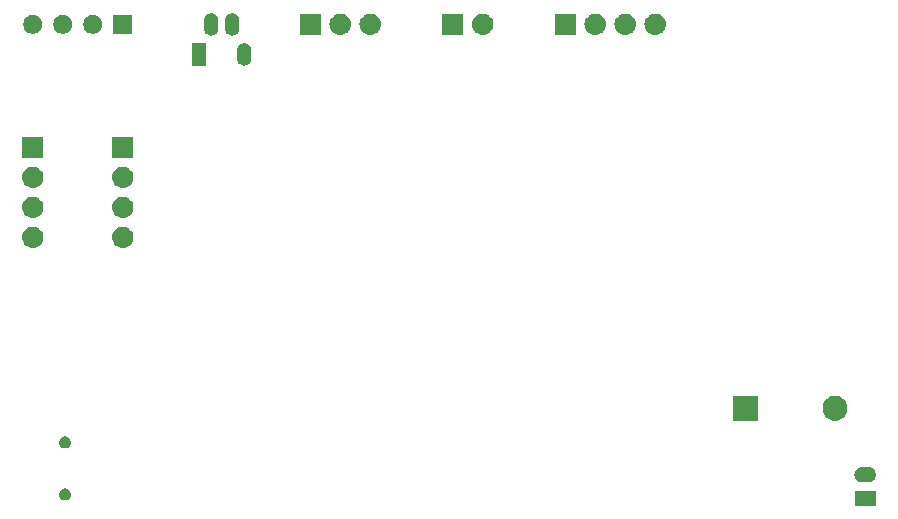
<source format=gbr>
G04 #@! TF.GenerationSoftware,KiCad,Pcbnew,(5.0.1)-rc2*
G04 #@! TF.CreationDate,2020-01-05T22:16:04+01:00*
G04 #@! TF.ProjectId,IoT_Messenger,496F545F4D657373656E6765722E6B69,rev?*
G04 #@! TF.SameCoordinates,Original*
G04 #@! TF.FileFunction,Soldermask,Bot*
G04 #@! TF.FilePolarity,Negative*
%FSLAX46Y46*%
G04 Gerber Fmt 4.6, Leading zero omitted, Abs format (unit mm)*
G04 Created by KiCad (PCBNEW (5.0.1)-rc2) date 05/01/2020 22:16:04*
%MOMM*%
%LPD*%
G01*
G04 APERTURE LIST*
%ADD10C,0.100000*%
G04 APERTURE END LIST*
D10*
G36*
X143141000Y-125111000D02*
X141339000Y-125111000D01*
X141339000Y-123809000D01*
X143141000Y-123809000D01*
X143141000Y-125111000D01*
X143141000Y-125111000D01*
G37*
G36*
X74641136Y-123638253D02*
X74732312Y-123676019D01*
X74814372Y-123730850D01*
X74884150Y-123800628D01*
X74938981Y-123882688D01*
X74976747Y-123973864D01*
X74996000Y-124070656D01*
X74996000Y-124169344D01*
X74976747Y-124266136D01*
X74938981Y-124357312D01*
X74884150Y-124439372D01*
X74814372Y-124509150D01*
X74732312Y-124563981D01*
X74641136Y-124601747D01*
X74544344Y-124621000D01*
X74445656Y-124621000D01*
X74348864Y-124601747D01*
X74257688Y-124563981D01*
X74175628Y-124509150D01*
X74105850Y-124439372D01*
X74051019Y-124357312D01*
X74013253Y-124266136D01*
X73994000Y-124169344D01*
X73994000Y-124070656D01*
X74013253Y-123973864D01*
X74051019Y-123882688D01*
X74105850Y-123800628D01*
X74175628Y-123730850D01*
X74257688Y-123676019D01*
X74348864Y-123638253D01*
X74445656Y-123619000D01*
X74544344Y-123619000D01*
X74641136Y-123638253D01*
X74641136Y-123638253D01*
G37*
G36*
X142553855Y-121812140D02*
X142617618Y-121818420D01*
X142699427Y-121843237D01*
X142740333Y-121855645D01*
X142840491Y-121909181D01*
X142853426Y-121916095D01*
X142952553Y-121997447D01*
X143033905Y-122096574D01*
X143033906Y-122096576D01*
X143094355Y-122209667D01*
X143094355Y-122209668D01*
X143131580Y-122332382D01*
X143144149Y-122460000D01*
X143131580Y-122587618D01*
X143106763Y-122669427D01*
X143094355Y-122710333D01*
X143040819Y-122810491D01*
X143033905Y-122823426D01*
X142952553Y-122922553D01*
X142853426Y-123003905D01*
X142853424Y-123003906D01*
X142740333Y-123064355D01*
X142699427Y-123076763D01*
X142617618Y-123101580D01*
X142553855Y-123107860D01*
X142521974Y-123111000D01*
X141958026Y-123111000D01*
X141926145Y-123107860D01*
X141862382Y-123101580D01*
X141780573Y-123076763D01*
X141739667Y-123064355D01*
X141626576Y-123003906D01*
X141626574Y-123003905D01*
X141527447Y-122922553D01*
X141446095Y-122823426D01*
X141439181Y-122810491D01*
X141385645Y-122710333D01*
X141373237Y-122669427D01*
X141348420Y-122587618D01*
X141335851Y-122460000D01*
X141348420Y-122332382D01*
X141385645Y-122209668D01*
X141385645Y-122209667D01*
X141446094Y-122096576D01*
X141446095Y-122096574D01*
X141527447Y-121997447D01*
X141626574Y-121916095D01*
X141639509Y-121909181D01*
X141739667Y-121855645D01*
X141780573Y-121843237D01*
X141862382Y-121818420D01*
X141926145Y-121812140D01*
X141958026Y-121809000D01*
X142521974Y-121809000D01*
X142553855Y-121812140D01*
X142553855Y-121812140D01*
G37*
G36*
X74641136Y-119238253D02*
X74732312Y-119276019D01*
X74814372Y-119330850D01*
X74884150Y-119400628D01*
X74938981Y-119482688D01*
X74976747Y-119573864D01*
X74996000Y-119670656D01*
X74996000Y-119769344D01*
X74976747Y-119866136D01*
X74938981Y-119957312D01*
X74884150Y-120039372D01*
X74814372Y-120109150D01*
X74732312Y-120163981D01*
X74641136Y-120201747D01*
X74544344Y-120221000D01*
X74445656Y-120221000D01*
X74348864Y-120201747D01*
X74257688Y-120163981D01*
X74175628Y-120109150D01*
X74105850Y-120039372D01*
X74051019Y-119957312D01*
X74013253Y-119866136D01*
X73994000Y-119769344D01*
X73994000Y-119670656D01*
X74013253Y-119573864D01*
X74051019Y-119482688D01*
X74105850Y-119400628D01*
X74175628Y-119330850D01*
X74257688Y-119276019D01*
X74348864Y-119238253D01*
X74445656Y-119219000D01*
X74544344Y-119219000D01*
X74641136Y-119238253D01*
X74641136Y-119238253D01*
G37*
G36*
X139986565Y-115829389D02*
X140177834Y-115908615D01*
X140349976Y-116023637D01*
X140496363Y-116170024D01*
X140611385Y-116342166D01*
X140690611Y-116533435D01*
X140731000Y-116736484D01*
X140731000Y-116943516D01*
X140690611Y-117146565D01*
X140611385Y-117337834D01*
X140496363Y-117509976D01*
X140349976Y-117656363D01*
X140177834Y-117771385D01*
X139986565Y-117850611D01*
X139783516Y-117891000D01*
X139576484Y-117891000D01*
X139373435Y-117850611D01*
X139182166Y-117771385D01*
X139010024Y-117656363D01*
X138863637Y-117509976D01*
X138748615Y-117337834D01*
X138669389Y-117146565D01*
X138629000Y-116943516D01*
X138629000Y-116736484D01*
X138669389Y-116533435D01*
X138748615Y-116342166D01*
X138863637Y-116170024D01*
X139010024Y-116023637D01*
X139182166Y-115908615D01*
X139373435Y-115829389D01*
X139576484Y-115789000D01*
X139783516Y-115789000D01*
X139986565Y-115829389D01*
X139986565Y-115829389D01*
G37*
G36*
X133131000Y-117891000D02*
X131029000Y-117891000D01*
X131029000Y-115789000D01*
X133131000Y-115789000D01*
X133131000Y-117891000D01*
X133131000Y-117891000D01*
G37*
G36*
X79485442Y-101467518D02*
X79551627Y-101474037D01*
X79664853Y-101508384D01*
X79721467Y-101525557D01*
X79860087Y-101599652D01*
X79877991Y-101609222D01*
X79913729Y-101638552D01*
X80015186Y-101721814D01*
X80098448Y-101823271D01*
X80127778Y-101859009D01*
X80127779Y-101859011D01*
X80211443Y-102015533D01*
X80211443Y-102015534D01*
X80262963Y-102185373D01*
X80280359Y-102362000D01*
X80262963Y-102538627D01*
X80228616Y-102651853D01*
X80211443Y-102708467D01*
X80137348Y-102847087D01*
X80127778Y-102864991D01*
X80098448Y-102900729D01*
X80015186Y-103002186D01*
X79913729Y-103085448D01*
X79877991Y-103114778D01*
X79877989Y-103114779D01*
X79721467Y-103198443D01*
X79664853Y-103215616D01*
X79551627Y-103249963D01*
X79485442Y-103256482D01*
X79419260Y-103263000D01*
X79330740Y-103263000D01*
X79264558Y-103256482D01*
X79198373Y-103249963D01*
X79085147Y-103215616D01*
X79028533Y-103198443D01*
X78872011Y-103114779D01*
X78872009Y-103114778D01*
X78836271Y-103085448D01*
X78734814Y-103002186D01*
X78651552Y-102900729D01*
X78622222Y-102864991D01*
X78612652Y-102847087D01*
X78538557Y-102708467D01*
X78521384Y-102651853D01*
X78487037Y-102538627D01*
X78469641Y-102362000D01*
X78487037Y-102185373D01*
X78538557Y-102015534D01*
X78538557Y-102015533D01*
X78622221Y-101859011D01*
X78622222Y-101859009D01*
X78651552Y-101823271D01*
X78734814Y-101721814D01*
X78836271Y-101638552D01*
X78872009Y-101609222D01*
X78889913Y-101599652D01*
X79028533Y-101525557D01*
X79085147Y-101508384D01*
X79198373Y-101474037D01*
X79264558Y-101467518D01*
X79330740Y-101461000D01*
X79419260Y-101461000D01*
X79485442Y-101467518D01*
X79485442Y-101467518D01*
G37*
G36*
X71865442Y-101467518D02*
X71931627Y-101474037D01*
X72044853Y-101508384D01*
X72101467Y-101525557D01*
X72240087Y-101599652D01*
X72257991Y-101609222D01*
X72293729Y-101638552D01*
X72395186Y-101721814D01*
X72478448Y-101823271D01*
X72507778Y-101859009D01*
X72507779Y-101859011D01*
X72591443Y-102015533D01*
X72591443Y-102015534D01*
X72642963Y-102185373D01*
X72660359Y-102362000D01*
X72642963Y-102538627D01*
X72608616Y-102651853D01*
X72591443Y-102708467D01*
X72517348Y-102847087D01*
X72507778Y-102864991D01*
X72478448Y-102900729D01*
X72395186Y-103002186D01*
X72293729Y-103085448D01*
X72257991Y-103114778D01*
X72257989Y-103114779D01*
X72101467Y-103198443D01*
X72044853Y-103215616D01*
X71931627Y-103249963D01*
X71865442Y-103256482D01*
X71799260Y-103263000D01*
X71710740Y-103263000D01*
X71644558Y-103256482D01*
X71578373Y-103249963D01*
X71465147Y-103215616D01*
X71408533Y-103198443D01*
X71252011Y-103114779D01*
X71252009Y-103114778D01*
X71216271Y-103085448D01*
X71114814Y-103002186D01*
X71031552Y-102900729D01*
X71002222Y-102864991D01*
X70992652Y-102847087D01*
X70918557Y-102708467D01*
X70901384Y-102651853D01*
X70867037Y-102538627D01*
X70849641Y-102362000D01*
X70867037Y-102185373D01*
X70918557Y-102015534D01*
X70918557Y-102015533D01*
X71002221Y-101859011D01*
X71002222Y-101859009D01*
X71031552Y-101823271D01*
X71114814Y-101721814D01*
X71216271Y-101638552D01*
X71252009Y-101609222D01*
X71269913Y-101599652D01*
X71408533Y-101525557D01*
X71465147Y-101508384D01*
X71578373Y-101474037D01*
X71644558Y-101467518D01*
X71710740Y-101461000D01*
X71799260Y-101461000D01*
X71865442Y-101467518D01*
X71865442Y-101467518D01*
G37*
G36*
X71865442Y-98927518D02*
X71931627Y-98934037D01*
X72044853Y-98968384D01*
X72101467Y-98985557D01*
X72240087Y-99059652D01*
X72257991Y-99069222D01*
X72293729Y-99098552D01*
X72395186Y-99181814D01*
X72478448Y-99283271D01*
X72507778Y-99319009D01*
X72507779Y-99319011D01*
X72591443Y-99475533D01*
X72591443Y-99475534D01*
X72642963Y-99645373D01*
X72660359Y-99822000D01*
X72642963Y-99998627D01*
X72608616Y-100111853D01*
X72591443Y-100168467D01*
X72517348Y-100307087D01*
X72507778Y-100324991D01*
X72478448Y-100360729D01*
X72395186Y-100462186D01*
X72293729Y-100545448D01*
X72257991Y-100574778D01*
X72257989Y-100574779D01*
X72101467Y-100658443D01*
X72044853Y-100675616D01*
X71931627Y-100709963D01*
X71865443Y-100716481D01*
X71799260Y-100723000D01*
X71710740Y-100723000D01*
X71644558Y-100716482D01*
X71578373Y-100709963D01*
X71465147Y-100675616D01*
X71408533Y-100658443D01*
X71252011Y-100574779D01*
X71252009Y-100574778D01*
X71216271Y-100545448D01*
X71114814Y-100462186D01*
X71031552Y-100360729D01*
X71002222Y-100324991D01*
X70992652Y-100307087D01*
X70918557Y-100168467D01*
X70901384Y-100111853D01*
X70867037Y-99998627D01*
X70849641Y-99822000D01*
X70867037Y-99645373D01*
X70918557Y-99475534D01*
X70918557Y-99475533D01*
X71002221Y-99319011D01*
X71002222Y-99319009D01*
X71031552Y-99283271D01*
X71114814Y-99181814D01*
X71216271Y-99098552D01*
X71252009Y-99069222D01*
X71269913Y-99059652D01*
X71408533Y-98985557D01*
X71465147Y-98968384D01*
X71578373Y-98934037D01*
X71644557Y-98927519D01*
X71710740Y-98921000D01*
X71799260Y-98921000D01*
X71865442Y-98927518D01*
X71865442Y-98927518D01*
G37*
G36*
X79485442Y-98927518D02*
X79551627Y-98934037D01*
X79664853Y-98968384D01*
X79721467Y-98985557D01*
X79860087Y-99059652D01*
X79877991Y-99069222D01*
X79913729Y-99098552D01*
X80015186Y-99181814D01*
X80098448Y-99283271D01*
X80127778Y-99319009D01*
X80127779Y-99319011D01*
X80211443Y-99475533D01*
X80211443Y-99475534D01*
X80262963Y-99645373D01*
X80280359Y-99822000D01*
X80262963Y-99998627D01*
X80228616Y-100111853D01*
X80211443Y-100168467D01*
X80137348Y-100307087D01*
X80127778Y-100324991D01*
X80098448Y-100360729D01*
X80015186Y-100462186D01*
X79913729Y-100545448D01*
X79877991Y-100574778D01*
X79877989Y-100574779D01*
X79721467Y-100658443D01*
X79664853Y-100675616D01*
X79551627Y-100709963D01*
X79485443Y-100716481D01*
X79419260Y-100723000D01*
X79330740Y-100723000D01*
X79264558Y-100716482D01*
X79198373Y-100709963D01*
X79085147Y-100675616D01*
X79028533Y-100658443D01*
X78872011Y-100574779D01*
X78872009Y-100574778D01*
X78836271Y-100545448D01*
X78734814Y-100462186D01*
X78651552Y-100360729D01*
X78622222Y-100324991D01*
X78612652Y-100307087D01*
X78538557Y-100168467D01*
X78521384Y-100111853D01*
X78487037Y-99998627D01*
X78469641Y-99822000D01*
X78487037Y-99645373D01*
X78538557Y-99475534D01*
X78538557Y-99475533D01*
X78622221Y-99319011D01*
X78622222Y-99319009D01*
X78651552Y-99283271D01*
X78734814Y-99181814D01*
X78836271Y-99098552D01*
X78872009Y-99069222D01*
X78889913Y-99059652D01*
X79028533Y-98985557D01*
X79085147Y-98968384D01*
X79198373Y-98934037D01*
X79264557Y-98927519D01*
X79330740Y-98921000D01*
X79419260Y-98921000D01*
X79485442Y-98927518D01*
X79485442Y-98927518D01*
G37*
G36*
X71865442Y-96387518D02*
X71931627Y-96394037D01*
X72044853Y-96428384D01*
X72101467Y-96445557D01*
X72240087Y-96519652D01*
X72257991Y-96529222D01*
X72293729Y-96558552D01*
X72395186Y-96641814D01*
X72478448Y-96743271D01*
X72507778Y-96779009D01*
X72507779Y-96779011D01*
X72591443Y-96935533D01*
X72591443Y-96935534D01*
X72642963Y-97105373D01*
X72660359Y-97282000D01*
X72642963Y-97458627D01*
X72608616Y-97571853D01*
X72591443Y-97628467D01*
X72517348Y-97767087D01*
X72507778Y-97784991D01*
X72478448Y-97820729D01*
X72395186Y-97922186D01*
X72293729Y-98005448D01*
X72257991Y-98034778D01*
X72257989Y-98034779D01*
X72101467Y-98118443D01*
X72044853Y-98135616D01*
X71931627Y-98169963D01*
X71865443Y-98176481D01*
X71799260Y-98183000D01*
X71710740Y-98183000D01*
X71644557Y-98176481D01*
X71578373Y-98169963D01*
X71465147Y-98135616D01*
X71408533Y-98118443D01*
X71252011Y-98034779D01*
X71252009Y-98034778D01*
X71216271Y-98005448D01*
X71114814Y-97922186D01*
X71031552Y-97820729D01*
X71002222Y-97784991D01*
X70992652Y-97767087D01*
X70918557Y-97628467D01*
X70901384Y-97571853D01*
X70867037Y-97458627D01*
X70849641Y-97282000D01*
X70867037Y-97105373D01*
X70918557Y-96935534D01*
X70918557Y-96935533D01*
X71002221Y-96779011D01*
X71002222Y-96779009D01*
X71031552Y-96743271D01*
X71114814Y-96641814D01*
X71216271Y-96558552D01*
X71252009Y-96529222D01*
X71269913Y-96519652D01*
X71408533Y-96445557D01*
X71465147Y-96428384D01*
X71578373Y-96394037D01*
X71644558Y-96387518D01*
X71710740Y-96381000D01*
X71799260Y-96381000D01*
X71865442Y-96387518D01*
X71865442Y-96387518D01*
G37*
G36*
X79485442Y-96387518D02*
X79551627Y-96394037D01*
X79664853Y-96428384D01*
X79721467Y-96445557D01*
X79860087Y-96519652D01*
X79877991Y-96529222D01*
X79913729Y-96558552D01*
X80015186Y-96641814D01*
X80098448Y-96743271D01*
X80127778Y-96779009D01*
X80127779Y-96779011D01*
X80211443Y-96935533D01*
X80211443Y-96935534D01*
X80262963Y-97105373D01*
X80280359Y-97282000D01*
X80262963Y-97458627D01*
X80228616Y-97571853D01*
X80211443Y-97628467D01*
X80137348Y-97767087D01*
X80127778Y-97784991D01*
X80098448Y-97820729D01*
X80015186Y-97922186D01*
X79913729Y-98005448D01*
X79877991Y-98034778D01*
X79877989Y-98034779D01*
X79721467Y-98118443D01*
X79664853Y-98135616D01*
X79551627Y-98169963D01*
X79485442Y-98176482D01*
X79419260Y-98183000D01*
X79330740Y-98183000D01*
X79264557Y-98176481D01*
X79198373Y-98169963D01*
X79085147Y-98135616D01*
X79028533Y-98118443D01*
X78872011Y-98034779D01*
X78872009Y-98034778D01*
X78836271Y-98005448D01*
X78734814Y-97922186D01*
X78651552Y-97820729D01*
X78622222Y-97784991D01*
X78612652Y-97767087D01*
X78538557Y-97628467D01*
X78521384Y-97571853D01*
X78487037Y-97458627D01*
X78469641Y-97282000D01*
X78487037Y-97105373D01*
X78538557Y-96935534D01*
X78538557Y-96935533D01*
X78622221Y-96779011D01*
X78622222Y-96779009D01*
X78651552Y-96743271D01*
X78734814Y-96641814D01*
X78836271Y-96558552D01*
X78872009Y-96529222D01*
X78889913Y-96519652D01*
X79028533Y-96445557D01*
X79085147Y-96428384D01*
X79198373Y-96394037D01*
X79264558Y-96387518D01*
X79330740Y-96381000D01*
X79419260Y-96381000D01*
X79485442Y-96387518D01*
X79485442Y-96387518D01*
G37*
G36*
X80276000Y-95643000D02*
X78474000Y-95643000D01*
X78474000Y-93841000D01*
X80276000Y-93841000D01*
X80276000Y-95643000D01*
X80276000Y-95643000D01*
G37*
G36*
X72656000Y-95643000D02*
X70854000Y-95643000D01*
X70854000Y-93841000D01*
X72656000Y-93841000D01*
X72656000Y-95643000D01*
X72656000Y-95643000D01*
G37*
G36*
X89776876Y-85925479D02*
X89887337Y-85958987D01*
X89989136Y-86013400D01*
X89989138Y-86013402D01*
X90078369Y-86086631D01*
X90078371Y-86086634D01*
X90151599Y-86175860D01*
X90206013Y-86277662D01*
X90239521Y-86388123D01*
X90248000Y-86474214D01*
X90248000Y-87261786D01*
X90239521Y-87347877D01*
X90206013Y-87458338D01*
X90151600Y-87560137D01*
X90078369Y-87649369D01*
X89989137Y-87722600D01*
X89887338Y-87777013D01*
X89776877Y-87810521D01*
X89662000Y-87821835D01*
X89547124Y-87810521D01*
X89436663Y-87777013D01*
X89334864Y-87722600D01*
X89245632Y-87649369D01*
X89172401Y-87560137D01*
X89117989Y-87458338D01*
X89117988Y-87458337D01*
X89084479Y-87347876D01*
X89076000Y-87261785D01*
X89076000Y-86474216D01*
X89084479Y-86388125D01*
X89084479Y-86388124D01*
X89117987Y-86277663D01*
X89172400Y-86175864D01*
X89187695Y-86157227D01*
X89245631Y-86086631D01*
X89263694Y-86071807D01*
X89334860Y-86013401D01*
X89436662Y-85958987D01*
X89547123Y-85925479D01*
X89662000Y-85914165D01*
X89776876Y-85925479D01*
X89776876Y-85925479D01*
G37*
G36*
X86438000Y-87819000D02*
X85266000Y-87819000D01*
X85266000Y-85917000D01*
X86438000Y-85917000D01*
X86438000Y-87819000D01*
X86438000Y-87819000D01*
G37*
G36*
X88760876Y-83385479D02*
X88871337Y-83418987D01*
X88973136Y-83473400D01*
X88973138Y-83473402D01*
X89062369Y-83546631D01*
X89071520Y-83557782D01*
X89135599Y-83635860D01*
X89190013Y-83737662D01*
X89223521Y-83848123D01*
X89232000Y-83934214D01*
X89232000Y-84721786D01*
X89223521Y-84807877D01*
X89190013Y-84918338D01*
X89135600Y-85020137D01*
X89062369Y-85109369D01*
X88973137Y-85182600D01*
X88871338Y-85237013D01*
X88760877Y-85270521D01*
X88646000Y-85281835D01*
X88531124Y-85270521D01*
X88420663Y-85237013D01*
X88318864Y-85182600D01*
X88229632Y-85109369D01*
X88156401Y-85020137D01*
X88101989Y-84918338D01*
X88101988Y-84918337D01*
X88068479Y-84807876D01*
X88060000Y-84721785D01*
X88060000Y-83934216D01*
X88068479Y-83848125D01*
X88068479Y-83848124D01*
X88101987Y-83737663D01*
X88156400Y-83635864D01*
X88171695Y-83617227D01*
X88229631Y-83546631D01*
X88253551Y-83527000D01*
X88318860Y-83473401D01*
X88420662Y-83418987D01*
X88531123Y-83385479D01*
X88646000Y-83374165D01*
X88760876Y-83385479D01*
X88760876Y-83385479D01*
G37*
G36*
X86982876Y-83385479D02*
X87093337Y-83418987D01*
X87195136Y-83473400D01*
X87195138Y-83473402D01*
X87284369Y-83546631D01*
X87293520Y-83557782D01*
X87357599Y-83635860D01*
X87412013Y-83737662D01*
X87445521Y-83848123D01*
X87454000Y-83934214D01*
X87454000Y-84721786D01*
X87445521Y-84807877D01*
X87412013Y-84918338D01*
X87357600Y-85020137D01*
X87284369Y-85109369D01*
X87195137Y-85182600D01*
X87093338Y-85237013D01*
X86982877Y-85270521D01*
X86868000Y-85281835D01*
X86753124Y-85270521D01*
X86642663Y-85237013D01*
X86540864Y-85182600D01*
X86451632Y-85109369D01*
X86378401Y-85020137D01*
X86323989Y-84918338D01*
X86323988Y-84918337D01*
X86290479Y-84807876D01*
X86282000Y-84721785D01*
X86282000Y-83934216D01*
X86290479Y-83848125D01*
X86290479Y-83848124D01*
X86323987Y-83737663D01*
X86378400Y-83635864D01*
X86393695Y-83617227D01*
X86451631Y-83546631D01*
X86475551Y-83527000D01*
X86540860Y-83473401D01*
X86642662Y-83418987D01*
X86753123Y-83385479D01*
X86868000Y-83374165D01*
X86982876Y-83385479D01*
X86982876Y-83385479D01*
G37*
G36*
X109965443Y-83433519D02*
X110031627Y-83440037D01*
X110141610Y-83473400D01*
X110201467Y-83491557D01*
X110325363Y-83557782D01*
X110357991Y-83575222D01*
X110393729Y-83604552D01*
X110495186Y-83687814D01*
X110578448Y-83789271D01*
X110607778Y-83825009D01*
X110607779Y-83825011D01*
X110691443Y-83981533D01*
X110691443Y-83981534D01*
X110742963Y-84151373D01*
X110760359Y-84328000D01*
X110742963Y-84504627D01*
X110725667Y-84561643D01*
X110691443Y-84674467D01*
X110666150Y-84721786D01*
X110607778Y-84830991D01*
X110601524Y-84838611D01*
X110495186Y-84968186D01*
X110393729Y-85051448D01*
X110357991Y-85080778D01*
X110357989Y-85080779D01*
X110201467Y-85164443D01*
X110144853Y-85181616D01*
X110031627Y-85215963D01*
X109965443Y-85222481D01*
X109899260Y-85229000D01*
X109810740Y-85229000D01*
X109744557Y-85222481D01*
X109678373Y-85215963D01*
X109565147Y-85181616D01*
X109508533Y-85164443D01*
X109352011Y-85080779D01*
X109352009Y-85080778D01*
X109316271Y-85051448D01*
X109214814Y-84968186D01*
X109108476Y-84838611D01*
X109102222Y-84830991D01*
X109043850Y-84721786D01*
X109018557Y-84674467D01*
X108984333Y-84561643D01*
X108967037Y-84504627D01*
X108949641Y-84328000D01*
X108967037Y-84151373D01*
X109018557Y-83981534D01*
X109018557Y-83981533D01*
X109102221Y-83825011D01*
X109102222Y-83825009D01*
X109131552Y-83789271D01*
X109214814Y-83687814D01*
X109316271Y-83604552D01*
X109352009Y-83575222D01*
X109384637Y-83557782D01*
X109508533Y-83491557D01*
X109568390Y-83473400D01*
X109678373Y-83440037D01*
X109744557Y-83433519D01*
X109810740Y-83427000D01*
X109899260Y-83427000D01*
X109965443Y-83433519D01*
X109965443Y-83433519D01*
G37*
G36*
X108216000Y-85229000D02*
X106414000Y-85229000D01*
X106414000Y-83427000D01*
X108216000Y-83427000D01*
X108216000Y-85229000D01*
X108216000Y-85229000D01*
G37*
G36*
X100440443Y-83433519D02*
X100506627Y-83440037D01*
X100616610Y-83473400D01*
X100676467Y-83491557D01*
X100800363Y-83557782D01*
X100832991Y-83575222D01*
X100868729Y-83604552D01*
X100970186Y-83687814D01*
X101053448Y-83789271D01*
X101082778Y-83825009D01*
X101082779Y-83825011D01*
X101166443Y-83981533D01*
X101166443Y-83981534D01*
X101217963Y-84151373D01*
X101235359Y-84328000D01*
X101217963Y-84504627D01*
X101200667Y-84561643D01*
X101166443Y-84674467D01*
X101141150Y-84721786D01*
X101082778Y-84830991D01*
X101076524Y-84838611D01*
X100970186Y-84968186D01*
X100868729Y-85051448D01*
X100832991Y-85080778D01*
X100832989Y-85080779D01*
X100676467Y-85164443D01*
X100619853Y-85181616D01*
X100506627Y-85215963D01*
X100440443Y-85222481D01*
X100374260Y-85229000D01*
X100285740Y-85229000D01*
X100219557Y-85222481D01*
X100153373Y-85215963D01*
X100040147Y-85181616D01*
X99983533Y-85164443D01*
X99827011Y-85080779D01*
X99827009Y-85080778D01*
X99791271Y-85051448D01*
X99689814Y-84968186D01*
X99583476Y-84838611D01*
X99577222Y-84830991D01*
X99518850Y-84721786D01*
X99493557Y-84674467D01*
X99459333Y-84561643D01*
X99442037Y-84504627D01*
X99424641Y-84328000D01*
X99442037Y-84151373D01*
X99493557Y-83981534D01*
X99493557Y-83981533D01*
X99577221Y-83825011D01*
X99577222Y-83825009D01*
X99606552Y-83789271D01*
X99689814Y-83687814D01*
X99791271Y-83604552D01*
X99827009Y-83575222D01*
X99859637Y-83557782D01*
X99983533Y-83491557D01*
X100043390Y-83473400D01*
X100153373Y-83440037D01*
X100219557Y-83433519D01*
X100285740Y-83427000D01*
X100374260Y-83427000D01*
X100440443Y-83433519D01*
X100440443Y-83433519D01*
G37*
G36*
X97900443Y-83433519D02*
X97966627Y-83440037D01*
X98076610Y-83473400D01*
X98136467Y-83491557D01*
X98260363Y-83557782D01*
X98292991Y-83575222D01*
X98328729Y-83604552D01*
X98430186Y-83687814D01*
X98513448Y-83789271D01*
X98542778Y-83825009D01*
X98542779Y-83825011D01*
X98626443Y-83981533D01*
X98626443Y-83981534D01*
X98677963Y-84151373D01*
X98695359Y-84328000D01*
X98677963Y-84504627D01*
X98660667Y-84561643D01*
X98626443Y-84674467D01*
X98601150Y-84721786D01*
X98542778Y-84830991D01*
X98536524Y-84838611D01*
X98430186Y-84968186D01*
X98328729Y-85051448D01*
X98292991Y-85080778D01*
X98292989Y-85080779D01*
X98136467Y-85164443D01*
X98079853Y-85181616D01*
X97966627Y-85215963D01*
X97900443Y-85222481D01*
X97834260Y-85229000D01*
X97745740Y-85229000D01*
X97679557Y-85222481D01*
X97613373Y-85215963D01*
X97500147Y-85181616D01*
X97443533Y-85164443D01*
X97287011Y-85080779D01*
X97287009Y-85080778D01*
X97251271Y-85051448D01*
X97149814Y-84968186D01*
X97043476Y-84838611D01*
X97037222Y-84830991D01*
X96978850Y-84721786D01*
X96953557Y-84674467D01*
X96919333Y-84561643D01*
X96902037Y-84504627D01*
X96884641Y-84328000D01*
X96902037Y-84151373D01*
X96953557Y-83981534D01*
X96953557Y-83981533D01*
X97037221Y-83825011D01*
X97037222Y-83825009D01*
X97066552Y-83789271D01*
X97149814Y-83687814D01*
X97251271Y-83604552D01*
X97287009Y-83575222D01*
X97319637Y-83557782D01*
X97443533Y-83491557D01*
X97503390Y-83473400D01*
X97613373Y-83440037D01*
X97679557Y-83433519D01*
X97745740Y-83427000D01*
X97834260Y-83427000D01*
X97900443Y-83433519D01*
X97900443Y-83433519D01*
G37*
G36*
X96151000Y-85229000D02*
X94349000Y-85229000D01*
X94349000Y-83427000D01*
X96151000Y-83427000D01*
X96151000Y-85229000D01*
X96151000Y-85229000D01*
G37*
G36*
X122030443Y-83433519D02*
X122096627Y-83440037D01*
X122206610Y-83473400D01*
X122266467Y-83491557D01*
X122390363Y-83557782D01*
X122422991Y-83575222D01*
X122458729Y-83604552D01*
X122560186Y-83687814D01*
X122643448Y-83789271D01*
X122672778Y-83825009D01*
X122672779Y-83825011D01*
X122756443Y-83981533D01*
X122756443Y-83981534D01*
X122807963Y-84151373D01*
X122825359Y-84328000D01*
X122807963Y-84504627D01*
X122790667Y-84561643D01*
X122756443Y-84674467D01*
X122731150Y-84721786D01*
X122672778Y-84830991D01*
X122666524Y-84838611D01*
X122560186Y-84968186D01*
X122458729Y-85051448D01*
X122422991Y-85080778D01*
X122422989Y-85080779D01*
X122266467Y-85164443D01*
X122209853Y-85181616D01*
X122096627Y-85215963D01*
X122030443Y-85222481D01*
X121964260Y-85229000D01*
X121875740Y-85229000D01*
X121809557Y-85222481D01*
X121743373Y-85215963D01*
X121630147Y-85181616D01*
X121573533Y-85164443D01*
X121417011Y-85080779D01*
X121417009Y-85080778D01*
X121381271Y-85051448D01*
X121279814Y-84968186D01*
X121173476Y-84838611D01*
X121167222Y-84830991D01*
X121108850Y-84721786D01*
X121083557Y-84674467D01*
X121049333Y-84561643D01*
X121032037Y-84504627D01*
X121014641Y-84328000D01*
X121032037Y-84151373D01*
X121083557Y-83981534D01*
X121083557Y-83981533D01*
X121167221Y-83825011D01*
X121167222Y-83825009D01*
X121196552Y-83789271D01*
X121279814Y-83687814D01*
X121381271Y-83604552D01*
X121417009Y-83575222D01*
X121449637Y-83557782D01*
X121573533Y-83491557D01*
X121633390Y-83473400D01*
X121743373Y-83440037D01*
X121809557Y-83433519D01*
X121875740Y-83427000D01*
X121964260Y-83427000D01*
X122030443Y-83433519D01*
X122030443Y-83433519D01*
G37*
G36*
X124570443Y-83433519D02*
X124636627Y-83440037D01*
X124746610Y-83473400D01*
X124806467Y-83491557D01*
X124930363Y-83557782D01*
X124962991Y-83575222D01*
X124998729Y-83604552D01*
X125100186Y-83687814D01*
X125183448Y-83789271D01*
X125212778Y-83825009D01*
X125212779Y-83825011D01*
X125296443Y-83981533D01*
X125296443Y-83981534D01*
X125347963Y-84151373D01*
X125365359Y-84328000D01*
X125347963Y-84504627D01*
X125330667Y-84561643D01*
X125296443Y-84674467D01*
X125271150Y-84721786D01*
X125212778Y-84830991D01*
X125206524Y-84838611D01*
X125100186Y-84968186D01*
X124998729Y-85051448D01*
X124962991Y-85080778D01*
X124962989Y-85080779D01*
X124806467Y-85164443D01*
X124749853Y-85181616D01*
X124636627Y-85215963D01*
X124570443Y-85222481D01*
X124504260Y-85229000D01*
X124415740Y-85229000D01*
X124349557Y-85222481D01*
X124283373Y-85215963D01*
X124170147Y-85181616D01*
X124113533Y-85164443D01*
X123957011Y-85080779D01*
X123957009Y-85080778D01*
X123921271Y-85051448D01*
X123819814Y-84968186D01*
X123713476Y-84838611D01*
X123707222Y-84830991D01*
X123648850Y-84721786D01*
X123623557Y-84674467D01*
X123589333Y-84561643D01*
X123572037Y-84504627D01*
X123554641Y-84328000D01*
X123572037Y-84151373D01*
X123623557Y-83981534D01*
X123623557Y-83981533D01*
X123707221Y-83825011D01*
X123707222Y-83825009D01*
X123736552Y-83789271D01*
X123819814Y-83687814D01*
X123921271Y-83604552D01*
X123957009Y-83575222D01*
X123989637Y-83557782D01*
X124113533Y-83491557D01*
X124173390Y-83473400D01*
X124283373Y-83440037D01*
X124349557Y-83433519D01*
X124415740Y-83427000D01*
X124504260Y-83427000D01*
X124570443Y-83433519D01*
X124570443Y-83433519D01*
G37*
G36*
X119490443Y-83433519D02*
X119556627Y-83440037D01*
X119666610Y-83473400D01*
X119726467Y-83491557D01*
X119850363Y-83557782D01*
X119882991Y-83575222D01*
X119918729Y-83604552D01*
X120020186Y-83687814D01*
X120103448Y-83789271D01*
X120132778Y-83825009D01*
X120132779Y-83825011D01*
X120216443Y-83981533D01*
X120216443Y-83981534D01*
X120267963Y-84151373D01*
X120285359Y-84328000D01*
X120267963Y-84504627D01*
X120250667Y-84561643D01*
X120216443Y-84674467D01*
X120191150Y-84721786D01*
X120132778Y-84830991D01*
X120126524Y-84838611D01*
X120020186Y-84968186D01*
X119918729Y-85051448D01*
X119882991Y-85080778D01*
X119882989Y-85080779D01*
X119726467Y-85164443D01*
X119669853Y-85181616D01*
X119556627Y-85215963D01*
X119490443Y-85222481D01*
X119424260Y-85229000D01*
X119335740Y-85229000D01*
X119269557Y-85222481D01*
X119203373Y-85215963D01*
X119090147Y-85181616D01*
X119033533Y-85164443D01*
X118877011Y-85080779D01*
X118877009Y-85080778D01*
X118841271Y-85051448D01*
X118739814Y-84968186D01*
X118633476Y-84838611D01*
X118627222Y-84830991D01*
X118568850Y-84721786D01*
X118543557Y-84674467D01*
X118509333Y-84561643D01*
X118492037Y-84504627D01*
X118474641Y-84328000D01*
X118492037Y-84151373D01*
X118543557Y-83981534D01*
X118543557Y-83981533D01*
X118627221Y-83825011D01*
X118627222Y-83825009D01*
X118656552Y-83789271D01*
X118739814Y-83687814D01*
X118841271Y-83604552D01*
X118877009Y-83575222D01*
X118909637Y-83557782D01*
X119033533Y-83491557D01*
X119093390Y-83473400D01*
X119203373Y-83440037D01*
X119269557Y-83433519D01*
X119335740Y-83427000D01*
X119424260Y-83427000D01*
X119490443Y-83433519D01*
X119490443Y-83433519D01*
G37*
G36*
X117741000Y-85229000D02*
X115939000Y-85229000D01*
X115939000Y-83427000D01*
X117741000Y-83427000D01*
X117741000Y-85229000D01*
X117741000Y-85229000D01*
G37*
G36*
X77068643Y-83557781D02*
X77214415Y-83618162D01*
X77345611Y-83705824D01*
X77457176Y-83817389D01*
X77544838Y-83948585D01*
X77605219Y-84094357D01*
X77636000Y-84249107D01*
X77636000Y-84406893D01*
X77605219Y-84561643D01*
X77544838Y-84707415D01*
X77457176Y-84838611D01*
X77345611Y-84950176D01*
X77214415Y-85037838D01*
X77068643Y-85098219D01*
X76913893Y-85129000D01*
X76756107Y-85129000D01*
X76601357Y-85098219D01*
X76455585Y-85037838D01*
X76324389Y-84950176D01*
X76212824Y-84838611D01*
X76125162Y-84707415D01*
X76064781Y-84561643D01*
X76034000Y-84406893D01*
X76034000Y-84249107D01*
X76064781Y-84094357D01*
X76125162Y-83948585D01*
X76212824Y-83817389D01*
X76324389Y-83705824D01*
X76455585Y-83618162D01*
X76601357Y-83557781D01*
X76756107Y-83527000D01*
X76913893Y-83527000D01*
X77068643Y-83557781D01*
X77068643Y-83557781D01*
G37*
G36*
X80176000Y-85129000D02*
X78574000Y-85129000D01*
X78574000Y-83527000D01*
X80176000Y-83527000D01*
X80176000Y-85129000D01*
X80176000Y-85129000D01*
G37*
G36*
X74528643Y-83557781D02*
X74674415Y-83618162D01*
X74805611Y-83705824D01*
X74917176Y-83817389D01*
X75004838Y-83948585D01*
X75065219Y-84094357D01*
X75096000Y-84249107D01*
X75096000Y-84406893D01*
X75065219Y-84561643D01*
X75004838Y-84707415D01*
X74917176Y-84838611D01*
X74805611Y-84950176D01*
X74674415Y-85037838D01*
X74528643Y-85098219D01*
X74373893Y-85129000D01*
X74216107Y-85129000D01*
X74061357Y-85098219D01*
X73915585Y-85037838D01*
X73784389Y-84950176D01*
X73672824Y-84838611D01*
X73585162Y-84707415D01*
X73524781Y-84561643D01*
X73494000Y-84406893D01*
X73494000Y-84249107D01*
X73524781Y-84094357D01*
X73585162Y-83948585D01*
X73672824Y-83817389D01*
X73784389Y-83705824D01*
X73915585Y-83618162D01*
X74061357Y-83557781D01*
X74216107Y-83527000D01*
X74373893Y-83527000D01*
X74528643Y-83557781D01*
X74528643Y-83557781D01*
G37*
G36*
X71988643Y-83557781D02*
X72134415Y-83618162D01*
X72265611Y-83705824D01*
X72377176Y-83817389D01*
X72464838Y-83948585D01*
X72525219Y-84094357D01*
X72556000Y-84249107D01*
X72556000Y-84406893D01*
X72525219Y-84561643D01*
X72464838Y-84707415D01*
X72377176Y-84838611D01*
X72265611Y-84950176D01*
X72134415Y-85037838D01*
X71988643Y-85098219D01*
X71833893Y-85129000D01*
X71676107Y-85129000D01*
X71521357Y-85098219D01*
X71375585Y-85037838D01*
X71244389Y-84950176D01*
X71132824Y-84838611D01*
X71045162Y-84707415D01*
X70984781Y-84561643D01*
X70954000Y-84406893D01*
X70954000Y-84249107D01*
X70984781Y-84094357D01*
X71045162Y-83948585D01*
X71132824Y-83817389D01*
X71244389Y-83705824D01*
X71375585Y-83618162D01*
X71521357Y-83557781D01*
X71676107Y-83527000D01*
X71833893Y-83527000D01*
X71988643Y-83557781D01*
X71988643Y-83557781D01*
G37*
M02*

</source>
